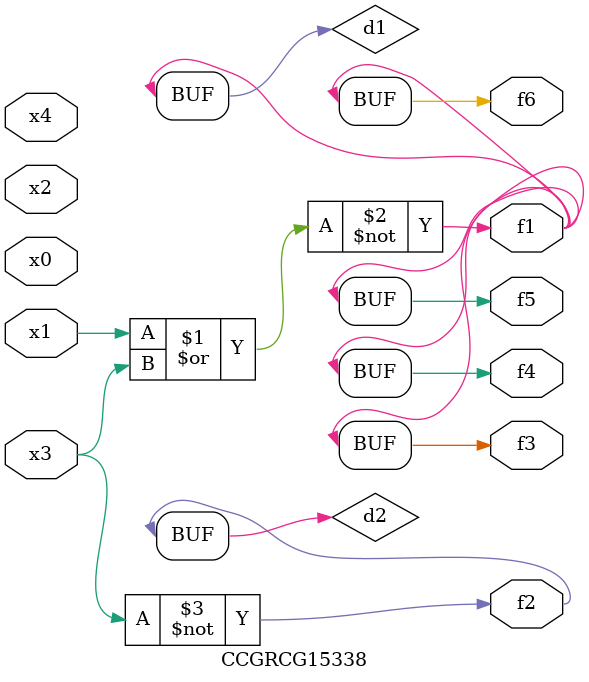
<source format=v>
module CCGRCG15338(
	input x0, x1, x2, x3, x4,
	output f1, f2, f3, f4, f5, f6
);

	wire d1, d2;

	nor (d1, x1, x3);
	not (d2, x3);
	assign f1 = d1;
	assign f2 = d2;
	assign f3 = d1;
	assign f4 = d1;
	assign f5 = d1;
	assign f6 = d1;
endmodule

</source>
